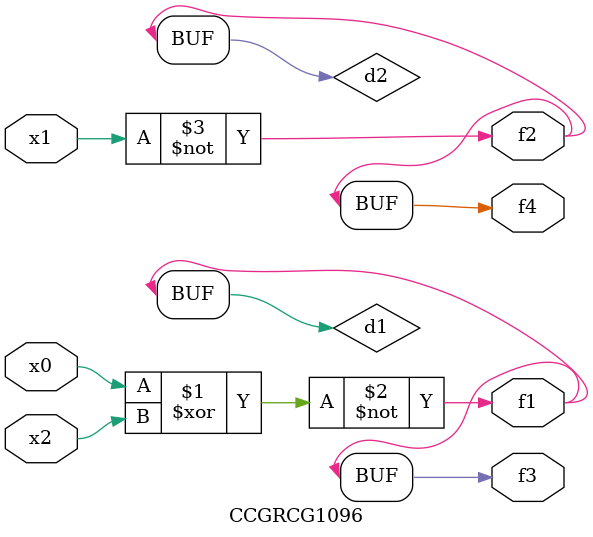
<source format=v>
module CCGRCG1096(
	input x0, x1, x2,
	output f1, f2, f3, f4
);

	wire d1, d2, d3;

	xnor (d1, x0, x2);
	nand (d2, x1);
	nor (d3, x1, x2);
	assign f1 = d1;
	assign f2 = d2;
	assign f3 = d1;
	assign f4 = d2;
endmodule

</source>
